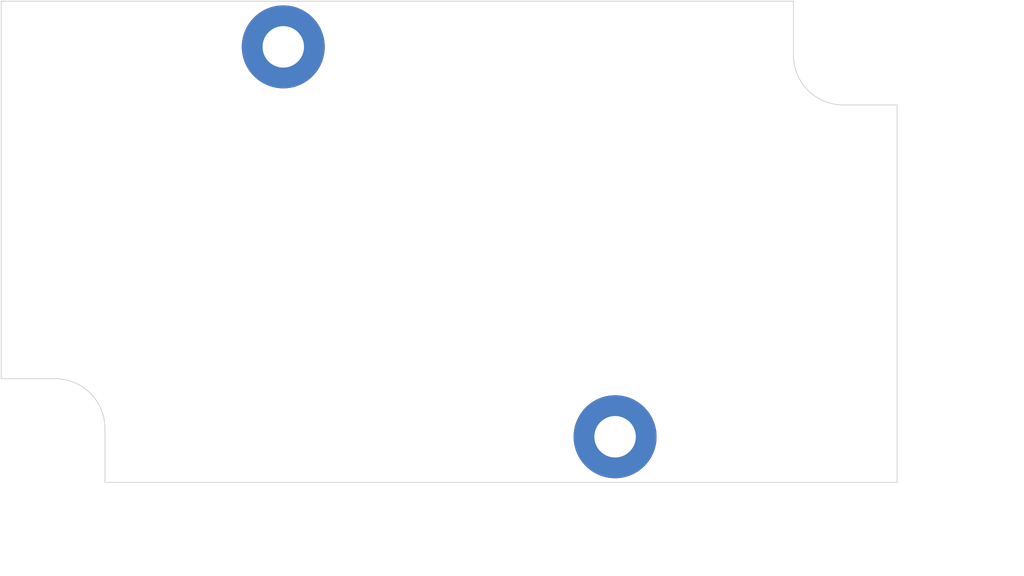
<source format=kicad_pcb>
(kicad_pcb (version 20171130) (host pcbnew "(5.1.4)-1")

  (general
    (thickness 1.6)
    (drawings 12)
    (tracks 0)
    (zones 0)
    (modules 2)
    (nets 1)
  )

  (page A4)
  (layers
    (0 F.Cu signal)
    (31 B.Cu signal)
    (32 B.Adhes user)
    (33 F.Adhes user)
    (34 B.Paste user)
    (35 F.Paste user)
    (36 B.SilkS user)
    (37 F.SilkS user)
    (38 B.Mask user)
    (39 F.Mask user)
    (40 Dwgs.User user)
    (41 Cmts.User user)
    (42 Eco1.User user)
    (43 Eco2.User user)
    (44 Edge.Cuts user)
    (45 Margin user)
    (46 B.CrtYd user)
    (47 F.CrtYd user)
    (48 B.Fab user)
    (49 F.Fab user)
  )

  (setup
    (last_trace_width 0.25)
    (trace_clearance 0.2)
    (zone_clearance 0.508)
    (zone_45_only no)
    (trace_min 0.2)
    (via_size 0.8)
    (via_drill 0.4)
    (via_min_size 0.4)
    (via_min_drill 0.3)
    (uvia_size 0.3)
    (uvia_drill 0.1)
    (uvias_allowed no)
    (uvia_min_size 0.2)
    (uvia_min_drill 0.1)
    (edge_width 0.05)
    (segment_width 0.2)
    (pcb_text_width 0.3)
    (pcb_text_size 1.5 1.5)
    (mod_edge_width 0.12)
    (mod_text_size 1 1)
    (mod_text_width 0.15)
    (pad_size 5 5)
    (pad_drill 2.5)
    (pad_to_mask_clearance 0.051)
    (solder_mask_min_width 0.25)
    (aux_axis_origin 15 44)
    (visible_elements 7FFFFFFF)
    (pcbplotparams
      (layerselection 0x010fc_ffffffff)
      (usegerberextensions false)
      (usegerberattributes false)
      (usegerberadvancedattributes false)
      (creategerberjobfile false)
      (excludeedgelayer true)
      (linewidth 0.100000)
      (plotframeref false)
      (viasonmask false)
      (mode 1)
      (useauxorigin false)
      (hpglpennumber 1)
      (hpglpenspeed 20)
      (hpglpendiameter 15.000000)
      (psnegative false)
      (psa4output false)
      (plotreference true)
      (plotvalue true)
      (plotinvisibletext false)
      (padsonsilk false)
      (subtractmaskfromsilk false)
      (outputformat 1)
      (mirror false)
      (drillshape 1)
      (scaleselection 1)
      (outputdirectory ""))
  )

  (net 0 "")

  (net_class Default "This is the default net class."
    (clearance 0.2)
    (trace_width 0.25)
    (via_dia 0.8)
    (via_drill 0.4)
    (uvia_dia 0.3)
    (uvia_drill 0.1)
  )

  (module MountingHole:MountingHole_2.5mm_Pad (layer F.Cu) (tedit 5D74291B) (tstamp 5D72D0B8)
    (at 52 41.25)
    (descr "Mounting Hole 2.5mm")
    (tags "mounting hole 2.5mm")
    (attr virtual)
    (fp_text reference ~ (at 0 -3.5) (layer F.SilkS) hide
      (effects (font (size 1 1) (thickness 0.15)))
    )
    (fp_text value ~ (at 0 3.5) (layer F.Fab) hide
      (effects (font (size 1 1) (thickness 0.15)))
    )
    (fp_text user %R (at 0.3 0) (layer F.Fab)
      (effects (font (size 1 1) (thickness 0.15)))
    )
    (fp_circle (center 0 0) (end 2.5 0) (layer Cmts.User) (width 0.15))
    (fp_circle (center 0 0) (end 2.75 0) (layer F.CrtYd) (width 0.05))
    (pad ~ thru_hole circle (at 0 0) (size 5 5) (drill 2.5) (layers *.Cu *.Mask))
  )

  (module MountingHole:MountingHole_2.5mm_Pad (layer F.Cu) (tedit 5D742914) (tstamp 5D72D056)
    (at 32 17.75)
    (descr "Mounting Hole 2.5mm")
    (tags "mounting hole 2.5mm")
    (attr virtual)
    (fp_text reference ~ (at 0 -3.5) (layer F.SilkS) hide
      (effects (font (size 1 1) (thickness 0.15)))
    )
    (fp_text value ~ (at 0 3.5) (layer F.Fab) hide
      (effects (font (size 1 1) (thickness 0.15)))
    )
    (fp_circle (center 0 0) (end 2.75 0) (layer F.CrtYd) (width 0.05))
    (fp_circle (center 0 0) (end 2.5 0) (layer Cmts.User) (width 0.15))
    (fp_text user %R (at 0.3 0) (layer F.Fab)
      (effects (font (size 1 1) (thickness 0.15)))
    )
    (pad ~ thru_hole circle (at 0 0) (size 5 5) (drill 2.5) (layers *.Cu *.Mask))
  )

  (gr_arc (start 65.75 18.25) (end 62.75 18.25) (angle -90) (layer Edge.Cuts) (width 0.05) (tstamp 5D72D6A1))
  (gr_arc (start 18.25 40.75) (end 21.25 40.75) (angle -90) (layer Edge.Cuts) (width 0.05))
  (gr_line (start 65.75 21.25) (end 69 21.25) (layer Edge.Cuts) (width 0.05) (tstamp 5D72D655))
  (gr_line (start 62.75 15) (end 62.75 18.25) (layer Edge.Cuts) (width 0.05) (tstamp 5D72D64C))
  (gr_line (start 21.25 40.75) (end 21.25 44) (layer Edge.Cuts) (width 0.05))
  (gr_line (start 15 37.75) (end 18.25 37.75) (layer Edge.Cuts) (width 0.05))
  (dimension 29 (width 0.15) (layer Dwgs.User)
    (gr_text "29,000 mm" (at 75.3 29.5 90) (layer Dwgs.User)
      (effects (font (size 1 1) (thickness 0.15)))
    )
    (feature1 (pts (xy 69 15) (xy 74.586421 15)))
    (feature2 (pts (xy 69 44) (xy 74.586421 44)))
    (crossbar (pts (xy 74 44) (xy 74 15)))
    (arrow1a (pts (xy 74 15) (xy 74.586421 16.126504)))
    (arrow1b (pts (xy 74 15) (xy 73.413579 16.126504)))
    (arrow2a (pts (xy 74 44) (xy 74.586421 42.873496)))
    (arrow2b (pts (xy 74 44) (xy 73.413579 42.873496)))
  )
  (dimension 54 (width 0.15) (layer Dwgs.User)
    (gr_text "54,000 mm" (at 42 50.3) (layer Dwgs.User)
      (effects (font (size 1 1) (thickness 0.15)))
    )
    (feature1 (pts (xy 69 44) (xy 69 49.586421)))
    (feature2 (pts (xy 15 44) (xy 15 49.586421)))
    (crossbar (pts (xy 15 49) (xy 69 49)))
    (arrow1a (pts (xy 69 49) (xy 67.873496 49.586421)))
    (arrow1b (pts (xy 69 49) (xy 67.873496 48.413579)))
    (arrow2a (pts (xy 15 49) (xy 16.126504 49.586421)))
    (arrow2b (pts (xy 15 49) (xy 16.126504 48.413579)))
  )
  (gr_line (start 15 37.75) (end 15 15) (layer Edge.Cuts) (width 0.05) (tstamp 5D72D507))
  (gr_line (start 69 44) (end 21.25 44) (layer Edge.Cuts) (width 0.05))
  (gr_line (start 69 21.25) (end 69 44) (layer Edge.Cuts) (width 0.05))
  (gr_line (start 15 15) (end 62.75 15) (layer Edge.Cuts) (width 0.05))

)

</source>
